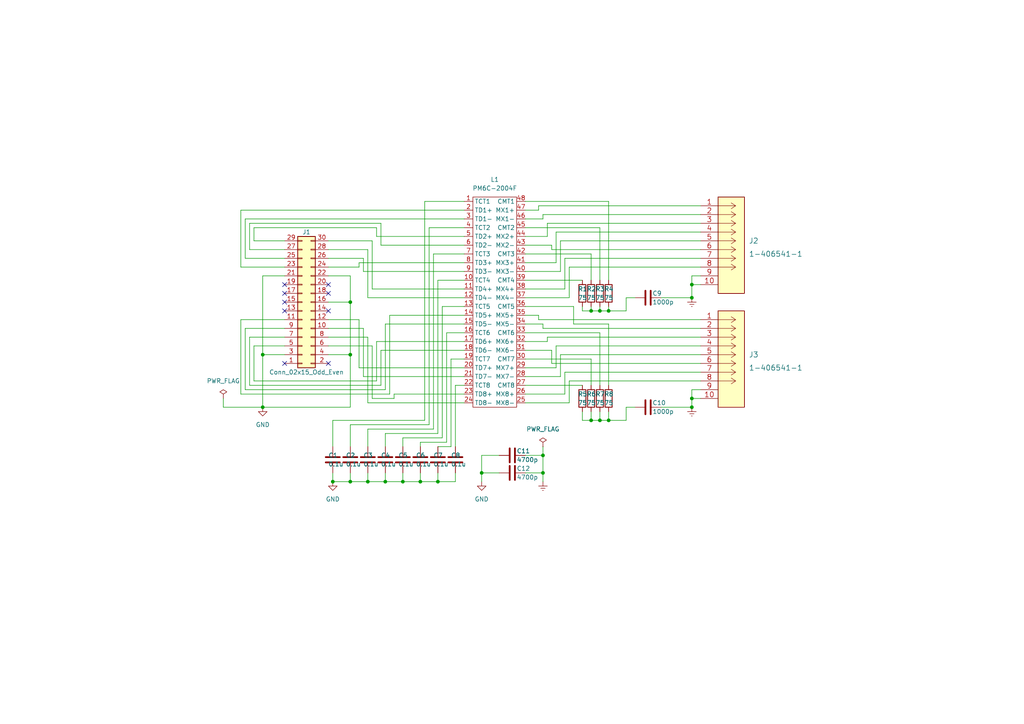
<source format=kicad_sch>
(kicad_sch (version 20211123) (generator eeschema)
  (paper "A4")
  (title_block (title "Colorlight I5 Ethernet Adaptor Mod") (rev "0.0"))
  (lib_symbols
    (symbol "Connector_Generic:Conn_02x15_Odd_Even" (pin_names (offset 1.016) hide)
      (property "Reference" "J" (at 1.27 20.32 0))
      (property "Value" "Conn_02x15_Odd_Even" (at 1.27 -20.32 0))
      (symbol "Conn_02x15_Odd_Even_1_1"
        (rectangle (start -1.27 -17.653) (end 0 -17.907) (stroke (width 0.1524)))
        (rectangle (start -1.27 -15.113) (end 0 -15.367) (stroke (width 0.1524)))
        (rectangle (start -1.27 -12.573) (end 0 -12.827) (stroke (width 0.1524)))
        (rectangle (start -1.27 -10.033) (end 0 -10.287) (stroke (width 0.1524)))
        (rectangle (start -1.27 -7.493) (end 0 -7.747) (stroke (width 0.1524)))
        (rectangle (start -1.27 -4.953) (end 0 -5.207) (stroke (width 0.1524)))
        (rectangle (start -1.27 -2.413) (end 0 -2.667) (stroke (width 0.1524)))
        (rectangle (start -1.27 0.127) (end 0 -0.127) (stroke (width 0.1524)))
        (rectangle (start -1.27 2.667) (end 0 2.413) (stroke (width 0.1524)))
        (rectangle (start -1.27 5.207) (end 0 4.953) (stroke (width 0.1524)))
        (rectangle (start -1.27 7.747) (end 0 7.493) (stroke (width 0.1524)))
        (rectangle (start -1.27 10.287) (end 0 10.033) (stroke (width 0.1524)))
        (rectangle (start -1.27 12.827) (end 0 12.573) (stroke (width 0.1524)))
        (rectangle (start -1.27 15.367) (end 0 15.113) (stroke (width 0.1524)))
        (rectangle (start -1.27 17.907) (end 0 17.653) (stroke (width 0.1524)))
        (rectangle (start -1.27 19.05) (end 3.81 -19.05) (stroke (width 0.254)) (fill (type background)))
        (rectangle (start 3.81 -17.653) (end 2.54 -17.907) (stroke (width 0.1524)))
        (rectangle (start 3.81 -15.113) (end 2.54 -15.367) (stroke (width 0.1524)))
        (rectangle (start 3.81 -12.573) (end 2.54 -12.827) (stroke (width 0.1524)))
        (rectangle (start 3.81 -10.033) (end 2.54 -10.287) (stroke (width 0.1524)))
        (rectangle (start 3.81 -7.493) (end 2.54 -7.747) (stroke (width 0.1524)))
        (rectangle (start 3.81 -4.953) (end 2.54 -5.207) (stroke (width 0.1524)))
        (rectangle (start 3.81 -2.413) (end 2.54 -2.667) (stroke (width 0.1524)))
        (rectangle (start 3.81 0.127) (end 2.54 -0.127) (stroke (width 0.1524)))
        (rectangle (start 3.81 2.667) (end 2.54 2.413) (stroke (width 0.1524)))
        (rectangle (start 3.81 5.207) (end 2.54 4.953) (stroke (width 0.1524)))
        (rectangle (start 3.81 7.747) (end 2.54 7.493) (stroke (width 0.1524)))
        (rectangle (start 3.81 10.287) (end 2.54 10.033) (stroke (width 0.1524)))
        (rectangle (start 3.81 12.827) (end 2.54 12.573) (stroke (width 0.1524)))
        (rectangle (start 3.81 15.367) (end 2.54 15.113) (stroke (width 0.1524)))
        (rectangle (start 3.81 17.907) (end 2.54 17.653) (stroke (width 0.1524)))
        (pin passive line (at -5.08 17.78 0) (length 3.81) (name "Pin_1") (number "1"))
        (pin passive line (at 7.62 7.62 180) (length 3.81) (name "Pin_10") (number "10"))
        (pin passive line (at -5.08 5.08 0) (length 3.81) (name "Pin_11") (number "11"))
        (pin passive line (at 7.62 5.08 180) (length 3.81) (name "Pin_12") (number "12"))
        (pin passive line (at -5.08 2.54 0) (length 3.81) (name "Pin_13") (number "13"))
        (pin passive line (at 7.62 2.54 180) (length 3.81) (name "Pin_14") (number "14"))
        (pin passive line (at -5.08 0 0) (length 3.81) (name "Pin_15") (number "15"))
        (pin passive line (at 7.62 0 180) (length 3.81) (name "Pin_16") (number "16"))
        (pin passive line (at -5.08 -2.54 0) (length 3.81) (name "Pin_17") (number "17"))
        (pin passive line (at 7.62 -2.54 180) (length 3.81) (name "Pin_18") (number "18"))
        (pin passive line (at -5.08 -5.08 0) (length 3.81) (name "Pin_19") (number "19"))
        (pin passive line (at 7.62 17.78 180) (length 3.81) (name "Pin_2") (number "2"))
        (pin passive line (at 7.62 -5.08 180) (length 3.81) (name "Pin_20") (number "20"))
        (pin passive line (at -5.08 -7.62 0) (length 3.81) (name "Pin_21") (number "21"))
        (pin passive line (at 7.62 -7.62 180) (length 3.81) (name "Pin_22") (number "22"))
        (pin passive line (at -5.08 -10.16 0) (length 3.81) (name "Pin_23") (number "23"))
        (pin passive line (at 7.62 -10.16 180) (length 3.81) (name "Pin_24") (number "24"))
        (pin passive line (at -5.08 -12.7 0) (length 3.81) (name "Pin_25") (number "25"))
        (pin passive line (at 7.62 -12.7 180) (length 3.81) (name "Pin_26") (number "26"))
        (pin passive line (at -5.08 -15.24 0) (length 3.81) (name "Pin_27") (number "27"))
        (pin passive line (at 7.62 -15.24 180) (length 3.81) (name "Pin_28") (number "28"))
        (pin passive line (at -5.08 -17.78 0) (length 3.81) (name "Pin_29") (number "29"))
        (pin passive line (at -5.08 15.24 0) (length 3.81) (name "Pin_3") (number "3"))
        (pin passive line (at 7.62 -17.78 180) (length 3.81) (name "Pin_30") (number "30"))
        (pin passive line (at 7.62 15.24 180) (length 3.81) (name "Pin_4") (number "4"))
        (pin passive line (at -5.08 12.7 0) (length 3.81) (name "Pin_5") (number "5"))
        (pin passive line (at 7.62 12.7 180) (length 3.81) (name "Pin_6") (number "6"))
        (pin passive line (at -5.08 10.16 0) (length 3.81) (name "Pin_7") (number "7"))
        (pin passive line (at 7.62 10.16 180) (length 3.81) (name "Pin_8") (number "8"))
        (pin passive line (at -5.08 7.62 0) (length 3.81) (name "Pin_9") (number "9"))
      )
    )
    (symbol "Device:C" (pin_numbers hide) (pin_names (offset 0.254))
      (property "Reference" "C" (at 0.635 2.54 0))
      (property "Value" "C" (at 0.635 -2.54 0))
      (symbol "C_0_1"
        (polyline (pts (xy -2.032 -0.762) (xy 2.032 -0.762)) (stroke (width 0.508)))
        (polyline (pts (xy -2.032 0.762) (xy 2.032 0.762)) (stroke (width 0.508)))
      )
      (symbol "C_1_1"
        (pin passive line (at 0 3.81 270) (length 2.794) (name "~") (number "1"))
        (pin passive line (at 0 -3.81 90) (length 2.794) (name "~") (number "2"))
      )
    )
    (symbol "Device:R" (pin_numbers hide) (pin_names (offset 0))
      (property "Reference" "R" (at 2.032 0 90))
      (property "Value" "R" (at 0 0 90))
      (symbol "R_0_1"
        (rectangle (start -1.016 -2.54) (end 1.016 2.54) (stroke (width 0.254)))
      )
      (symbol "R_1_1"
        (pin passive line (at 0 3.81 270) (length 1.27) (name "~") (number "1"))
        (pin passive line (at 0 -3.81 90) (length 1.27) (name "~") (number "2"))
      )
    )
    (symbol "MJ406541:1-406541-1" (pin_names (offset 0.254) hide)
      (property "Reference" "J" (at 8.89 6.35 0))
      (property "Value" "1-406541-1" (at 10.16 -10.16 0))
      (symbol "1-406541-1_0_1"
        (rectangle (start 12.7 -25.4) (end 5.08 2.54) (stroke (width 0.2032)) (fill (type background)))
      )
      (symbol "1-406541-1_1_1"
        (polyline (pts (xy 5.08 -25.4) (xy 12.7 -25.4)) (stroke (width 0.127)))
        (polyline (pts (xy 5.08 2.54) (xy 5.08 -25.4)) (stroke (width 0.127)))
        (polyline (pts (xy 10.16 -17.78) (xy 5.08 -17.78)) (stroke (width 0.127)))
        (polyline (pts (xy 10.16 -17.78) (xy 8.89 -18.6182)) (stroke (width 0.127)))
        (polyline (pts (xy 10.16 -17.78) (xy 8.89 -16.9418)) (stroke (width 0.127)))
        (polyline (pts (xy 10.16 -15.24) (xy 5.08 -15.24)) (stroke (width 0.127)))
        (polyline (pts (xy 10.16 -15.24) (xy 8.89 -16.0782)) (stroke (width 0.127)))
        (polyline (pts (xy 10.16 -15.24) (xy 8.89 -14.4018)) (stroke (width 0.127)))
        (polyline (pts (xy 10.16 -12.7) (xy 5.08 -12.7)) (stroke (width 0.127)))
        (polyline (pts (xy 10.16 -12.7) (xy 8.89 -13.5382)) (stroke (width 0.127)))
        (polyline (pts (xy 10.16 -12.7) (xy 8.89 -11.8618)) (stroke (width 0.127)))
        (polyline (pts (xy 10.16 -10.16) (xy 5.08 -10.16)) (stroke (width 0.127)))
        (polyline (pts (xy 10.16 -10.16) (xy 8.89 -10.9982)) (stroke (width 0.127)))
        (polyline (pts (xy 10.16 -10.16) (xy 8.89 -9.3218)) (stroke (width 0.127)))
        (polyline (pts (xy 10.16 -7.62) (xy 5.08 -7.62)) (stroke (width 0.127)))
        (polyline (pts (xy 10.16 -7.62) (xy 8.89 -8.4582)) (stroke (width 0.127)))
        (polyline (pts (xy 10.16 -7.62) (xy 8.89 -6.7818)) (stroke (width 0.127)))
        (polyline (pts (xy 10.16 -5.08) (xy 5.08 -5.08)) (stroke (width 0.127)))
        (polyline (pts (xy 10.16 -5.08) (xy 8.89 -5.9182)) (stroke (width 0.127)))
        (polyline (pts (xy 10.16 -5.08) (xy 8.89 -4.2418)) (stroke (width 0.127)))
        (polyline (pts (xy 10.16 -2.54) (xy 5.08 -2.54)) (stroke (width 0.127)))
        (polyline (pts (xy 10.16 -2.54) (xy 8.89 -3.3782)) (stroke (width 0.127)))
        (polyline (pts (xy 10.16 -2.54) (xy 8.89 -1.7018)) (stroke (width 0.127)))
        (polyline (pts (xy 10.16 0) (xy 5.08 0)) (stroke (width 0.127)))
        (polyline (pts (xy 10.16 0) (xy 8.89 -0.8382)) (stroke (width 0.127)))
        (polyline (pts (xy 10.16 0) (xy 8.89 0.8382)) (stroke (width 0.127)))
        (polyline (pts (xy 12.7 -25.4) (xy 12.7 2.54)) (stroke (width 0.127)))
        (polyline (pts (xy 12.7 2.54) (xy 5.08 2.54)) (stroke (width 0.127)))
        (pin output line (at 0 0 0) (length 5.08) (name "1") (number "1"))
        (pin input line (at 0 -22.86 0) (length 5.08) (name "SHIELD") (number "10"))
        (pin output line (at 0 -2.54 0) (length 5.08) (name "2") (number "2"))
        (pin output line (at 0 -5.08 0) (length 5.08) (name "3") (number "3"))
        (pin output line (at 0 -7.62 0) (length 5.08) (name "4") (number "4"))
        (pin output line (at 0 -10.16 0) (length 5.08) (name "5") (number "5"))
        (pin output line (at 0 -12.7 0) (length 5.08) (name "6") (number "6"))
        (pin output line (at 0 -15.24 0) (length 5.08) (name "7") (number "7"))
        (pin output line (at 0 -17.78 0) (length 5.08) (name "8") (number "8"))
        (pin input line (at 0 -20.32 0) (length 5.08) (name "SHIELD") (number "9"))
      )
    )
    (symbol "PM6C-200XF:PM6C-2004F"
      (property "Reference" "L" (at -5.08 34.29 0))
      (property "Value" "PM6C-2004F" (at 0 31.75 0))
      (symbol "PM6C-2004F_0_1"
        (rectangle (start -6.35 30.48) (end 6.35 -30.48))
      )
      (symbol "PM6C-2004F_1_1"
        (pin output line (at -8.89 29.21 0) (length 2.54) (name "TCT1") (number "1"))
        (pin output line (at -8.89 6.35 0) (length 2.54) (name "TCT4") (number "10"))
        (pin output line (at -8.89 3.81 0) (length 2.54) (name "TD4+") (number "11"))
        (pin output line (at -8.89 1.27 0) (length 2.54) (name "TD4-") (number "12"))
        (pin output line (at -8.89 -1.27 0) (length 2.54) (name "TCT5") (number "13"))
        (pin output line (at -8.89 -3.81 0) (length 2.54) (name "TD5+") (number "14"))
        (pin output line (at -8.89 -6.35 0) (length 2.54) (name "TD5-") (number "15"))
        (pin output line (at -8.89 -8.89 0) (length 2.54) (name "TCT6") (number "16"))
        (pin output line (at -8.89 -11.43 0) (length 2.54) (name "TD6+") (number "17"))
        (pin output line (at -8.89 -13.97 0) (length 2.54) (name "TD6-") (number "18"))
        (pin output line (at -8.89 -16.51 0) (length 2.54) (name "TCT7") (number "19"))
        (pin output line (at -8.89 26.67 0) (length 2.54) (name "TD1+") (number "2"))
        (pin output line (at -8.89 -19.05 0) (length 2.54) (name "TD7+") (number "20"))
        (pin output line (at -8.89 -21.59 0) (length 2.54) (name "TD7-") (number "21"))
        (pin output line (at -8.89 -24.13 0) (length 2.54) (name "TCT8") (number "22"))
        (pin output line (at -8.89 -26.67 0) (length 2.54) (name "TD8+") (number "23"))
        (pin output line (at -8.89 -29.21 0) (length 2.54) (name "TD8-") (number "24"))
        (pin input line (at 8.89 -29.21 180) (length 2.54) (name "MX8-") (number "25"))
        (pin input line (at 8.89 -26.67 180) (length 2.54) (name "MX8+") (number "26"))
        (pin input line (at 8.89 -24.13 180) (length 2.54) (name "CMT8") (number "27"))
        (pin input line (at 8.89 -21.59 180) (length 2.54) (name "MX7-") (number "28"))
        (pin input line (at 8.89 -19.05 180) (length 2.54) (name "MX7+") (number "29"))
        (pin output line (at -8.89 24.13 0) (length 2.54) (name "TD1-") (number "3"))
        (pin input line (at 8.89 -16.51 180) (length 2.54) (name "CMT7") (number "30"))
        (pin input line (at 8.89 -13.97 180) (length 2.54) (name "MX6-") (number "31"))
        (pin input line (at 8.89 -11.43 180) (length 2.54) (name "MX6+") (number "32"))
        (pin input line (at 8.89 -8.89 180) (length 2.54) (name "CMT6") (number "33"))
        (pin input line (at 8.89 -6.35 180) (length 2.54) (name "MX5-") (number "34"))
        (pin input line (at 8.89 -3.81 180) (length 2.54) (name "MX5+") (number "35"))
        (pin input line (at 8.89 -1.27 180) (length 2.54) (name "CMT5") (number "36"))
        (pin input line (at 8.89 1.27 180) (length 2.54) (name "MX4-") (number "37"))
        (pin input line (at 8.89 3.81 180) (length 2.54) (name "MX4+") (number "38"))
        (pin input line (at 8.89 6.35 180) (length 2.54) (name "CMT4") (number "39"))
        (pin output line (at -8.89 21.59 0) (length 2.54) (name "TCT2") (number "4"))
        (pin input line (at 8.89 8.89 180) (length 2.54) (name "MX3-") (number "40"))
        (pin input line (at 8.89 11.43 180) (length 2.54) (name "MX3+") (number "41"))
        (pin input line (at 8.89 13.97 180) (length 2.54) (name "CMT3") (number "42"))
        (pin input line (at 8.89 16.51 180) (length 2.54) (name "MX2-") (number "43"))
        (pin input line (at 8.89 19.05 180) (length 2.54) (name "MX2+") (number "44"))
        (pin input line (at 8.89 21.59 180) (length 2.54) (name "CMT2") (number "45"))
        (pin input line (at 8.89 24.13 180) (length 2.54) (name "MX1-") (number "46"))
        (pin input line (at 8.89 26.67 180) (length 2.54) (name "MX1+") (number "47"))
        (pin input line (at 8.89 29.21 180) (length 2.54) (name "CMT1") (number "48"))
        (pin output line (at -8.89 19.05 0) (length 2.54) (name "TD2+") (number "5"))
        (pin output line (at -8.89 16.51 0) (length 2.54) (name "TD2-") (number "6"))
        (pin output line (at -8.89 13.97 0) (length 2.54) (name "TCT3") (number "7"))
        (pin output line (at -8.89 11.43 0) (length 2.54) (name "TD3+") (number "8"))
        (pin output line (at -8.89 8.89 0) (length 2.54) (name "TD3-") (number "9"))
      )
    )
    (symbol "power:Earth" (power) (pin_names (offset 0))
      (symbol "Earth_0_1"
        (polyline (pts (xy -0.635 -1.905) (xy 0.635 -1.905)))
        (polyline (pts (xy -0.127 -2.54) (xy 0.127 -2.54)))
        (polyline (pts (xy 0 -1.27) (xy 0 0)))
        (polyline (pts (xy 1.27 -1.27) (xy -1.27 -1.27)))
      )
      (symbol "Earth_1_1"
        (pin power_in line (at 0 0 270) (length 0) hide (name "Earth") (number "1"))
      )
    )
    (symbol "power:GND" (power) (pin_names (offset 0))
      (property "Value" "GND" (at 0 -3.81 0))
      (symbol "GND_0_1"
        (polyline (pts (xy 0 0) (xy 0 -1.27) (xy 1.27 -1.27) (xy 0 -2.54) (xy -1.27 -1.27) (xy 0 -1.27)))
      )
      (symbol "GND_1_1"
        (pin power_in line (at 0 0 270) (length 0) hide (name "GND") (number "1"))
      )
    )
    (symbol "power:PWR_FLAG" (power) (pin_numbers hide) (pin_names (offset 0) hide)
      (property "Value" "PWR_FLAG" (at 0 3.81 0))
      (symbol "PWR_FLAG_0_0"
        (pin power_out line (at 0 0 90) (length 0) (name "pwr") (number "1"))
      )
      (symbol "PWR_FLAG_0_1"
        (polyline (pts (xy 0 0) (xy 0 1.27) (xy -1.016 1.905) (xy 0 2.54) (xy 1.016 1.905) (xy 0 1.27)))
      )
    )
  )
  (junction (at 76.2 118.11))
  (junction (at 101.6 102.87))
  (junction (at 76.2 102.87))
  (junction (at 101.6 87.63))
  (junction (at 176.53 121.92))
  (junction (at 157.48 132.08))
  (junction (at 101.6 139.7))
  (junction (at 96.52 139.7))
  (junction (at 171.45 121.92))
  (junction (at 200.66 82.55))
  (junction (at 200.66 118.11))
  (junction (at 111.76 139.7))
  (junction (at 106.68 139.7))
  (junction (at 127 139.7))
  (junction (at 139.7 137.16))
  (junction (at 173.99 90.17))
  (junction (at 171.45 90.17))
  (junction (at 176.53 90.17))
  (junction (at 173.99 121.92))
  (junction (at 200.66 86.36))
  (junction (at 121.92 139.7))
  (junction (at 116.84 139.7))
  (junction (at 157.48 137.16))
  (junction (at 200.66 115.57))
  (no_connect (at 82.55 105.41))
  (no_connect (at 82.55 87.63))
  (no_connect (at 82.55 90.17))
  (no_connect (at 95.25 105.41))
  (no_connect (at 95.25 90.17))
  (no_connect (at 82.55 82.55))
  (no_connect (at 82.55 85.09))
  (no_connect (at 95.25 82.55))
  (no_connect (at 95.25 85.09))
  (wire (pts (xy 152.4 68.58) (xy 158.75 68.58)))
  (wire (pts (xy 106.68 116.84) (xy 134.62 116.84)))
  (wire (pts (xy 95.25 102.87) (xy 101.6 102.87)))
  (wire (pts (xy 101.6 137.16) (xy 101.6 139.7)))
  (wire (pts (xy 163.83 114.3) (xy 163.83 107.95)))
  (wire (pts (xy 132.08 111.76) (xy 132.08 129.54)))
  (wire (pts (xy 152.4 73.66) (xy 171.45 73.66)))
  (wire (pts (xy 152.4 63.5) (xy 157.48 63.5)))
  (wire (pts (xy 166.37 88.9) (xy 166.37 93.98)))
  (wire (pts (xy 73.66 100.33) (xy 73.66 110.49)))
  (wire (pts (xy 125.73 124.46) (xy 106.68 124.46)))
  (wire (pts (xy 160.02 71.12) (xy 160.02 72.39)))
  (wire (pts (xy 69.85 77.47) (xy 69.85 60.96)))
  (wire (pts (xy 176.53 93.98) (xy 176.53 111.76)))
  (wire (pts (xy 134.62 88.9) (xy 128.27 88.9)))
  (wire (pts (xy 72.39 111.76) (xy 110.49 111.76)))
  (wire (pts (xy 101.6 102.87) (xy 101.6 118.11)))
  (wire (pts (xy 109.22 66.04) (xy 109.22 68.58)))
  (wire (pts (xy 113.03 114.3) (xy 113.03 91.44)))
  (wire (pts (xy 152.4 104.14) (xy 171.45 104.14)))
  (wire (pts (xy 163.83 83.82) (xy 163.83 74.93)))
  (wire (pts (xy 106.68 97.79) (xy 106.68 116.84)))
  (wire (pts (xy 191.77 86.36) (xy 200.66 86.36)))
  (wire (pts (xy 128.27 88.9) (xy 128.27 127)))
  (wire (pts (xy 166.37 93.98) (xy 176.53 93.98)))
  (wire (pts (xy 158.75 64.77) (xy 203.2 64.77)))
  (wire (pts (xy 132.08 137.16) (xy 132.08 139.7)))
  (wire (pts (xy 106.68 124.46) (xy 106.68 129.54)))
  (wire (pts (xy 101.6 87.63) (xy 101.6 102.87)))
  (wire (pts (xy 161.29 76.2) (xy 161.29 67.31)))
  (wire (pts (xy 157.48 93.98) (xy 157.48 95.25)))
  (wire (pts (xy 157.48 95.25) (xy 203.2 95.25)))
  (wire (pts (xy 191.77 118.11) (xy 200.66 118.11)))
  (wire (pts (xy 111.76 125.73) (xy 111.76 129.54)))
  (wire (pts (xy 163.83 107.95) (xy 203.2 107.95)))
  (wire (pts (xy 156.21 91.44) (xy 156.21 92.71)))
  (wire (pts (xy 156.21 60.96) (xy 156.21 59.69)))
  (wire (pts (xy 95.25 100.33) (xy 107.95 100.33)))
  (wire (pts (xy 200.66 115.57) (xy 200.66 118.11)))
  (wire (pts (xy 157.48 62.23) (xy 203.2 62.23)))
  (wire (pts (xy 104.14 76.2) (xy 134.62 76.2)))
  (wire (pts (xy 161.29 67.31) (xy 203.2 67.31)))
  (wire (pts (xy 162.56 109.22) (xy 162.56 102.87)))
  (wire (pts (xy 64.77 115.57) (xy 64.77 118.11)))
  (wire (pts (xy 82.55 97.79) (xy 72.39 97.79)))
  (wire (pts (xy 107.95 83.82) (xy 134.62 83.82)))
  (wire (pts (xy 107.95 100.33) (xy 107.95 115.57)))
  (wire (pts (xy 72.39 72.39) (xy 72.39 64.77)))
  (wire (pts (xy 129.54 128.27) (xy 121.92 128.27)))
  (wire (pts (xy 152.4 114.3) (xy 163.83 114.3)))
  (wire (pts (xy 69.85 92.71) (xy 69.85 114.3)))
  (wire (pts (xy 95.25 80.01) (xy 101.6 80.01)))
  (wire (pts (xy 82.55 77.47) (xy 69.85 77.47)))
  (wire (pts (xy 171.45 119.38) (xy 171.45 121.92)))
  (wire (pts (xy 82.55 69.85) (xy 73.66 69.85)))
  (wire (pts (xy 165.1 86.36) (xy 165.1 77.47)))
  (wire (pts (xy 128.27 127) (xy 116.84 127)))
  (wire (pts (xy 156.21 59.69) (xy 203.2 59.69)))
  (wire (pts (xy 152.4 93.98) (xy 157.48 93.98)))
  (wire (pts (xy 111.76 93.98) (xy 134.62 93.98)))
  (wire (pts (xy 121.92 128.27) (xy 121.92 129.54)))
  (wire (pts (xy 111.76 113.03) (xy 111.76 93.98)))
  (wire (pts (xy 163.83 74.93) (xy 203.2 74.93)))
  (wire (pts (xy 144.78 132.08) (xy 139.7 132.08)))
  (wire (pts (xy 107.95 115.57) (xy 114.3 115.57)))
  (wire (pts (xy 200.66 82.55) (xy 200.66 86.36)))
  (wire (pts (xy 82.55 80.01) (xy 76.2 80.01)))
  (wire (pts (xy 76.2 102.87) (xy 76.2 118.11)))
  (wire (pts (xy 73.66 66.04) (xy 109.22 66.04)))
  (wire (pts (xy 123.19 58.42) (xy 123.19 121.92)))
  (wire (pts (xy 160.02 101.6) (xy 160.02 105.41)))
  (wire (pts (xy 181.61 86.36) (xy 181.61 90.17)))
  (wire (pts (xy 96.52 121.92) (xy 96.52 129.54)))
  (wire (pts (xy 165.1 116.84) (xy 165.1 110.49)))
  (wire (pts (xy 106.68 86.36) (xy 134.62 86.36)))
  (wire (pts (xy 152.4 99.06) (xy 158.75 99.06)))
  (wire (pts (xy 160.02 105.41) (xy 203.2 105.41)))
  (wire (pts (xy 82.55 102.87) (xy 76.2 102.87)))
  (wire (pts (xy 152.4 60.96) (xy 156.21 60.96)))
  (wire (pts (xy 139.7 132.08) (xy 139.7 137.16)))
  (wire (pts (xy 184.15 118.11) (xy 181.61 118.11)))
  (wire (pts (xy 152.4 132.08) (xy 157.48 132.08)))
  (wire (pts (xy 200.66 82.55) (xy 203.2 82.55)))
  (wire (pts (xy 168.91 90.17) (xy 168.91 88.9)))
  (wire (pts (xy 176.53 90.17) (xy 173.99 90.17)))
  (wire (pts (xy 111.76 137.16) (xy 111.76 139.7)))
  (wire (pts (xy 101.6 80.01) (xy 101.6 87.63)))
  (wire (pts (xy 171.45 104.14) (xy 171.45 111.76)))
  (wire (pts (xy 156.21 92.71) (xy 203.2 92.71)))
  (wire (pts (xy 106.68 72.39) (xy 106.68 86.36)))
  (wire (pts (xy 173.99 119.38) (xy 173.99 121.92)))
  (wire (pts (xy 152.4 71.12) (xy 160.02 71.12)))
  (wire (pts (xy 181.61 90.17) (xy 176.53 90.17)))
  (wire (pts (xy 200.66 115.57) (xy 203.2 115.57)))
  (wire (pts (xy 124.46 123.19) (xy 101.6 123.19)))
  (wire (pts (xy 171.45 88.9) (xy 171.45 90.17)))
  (wire (pts (xy 134.62 73.66) (xy 125.73 73.66)))
  (wire (pts (xy 71.12 63.5) (xy 134.62 63.5)))
  (wire (pts (xy 69.85 114.3) (xy 113.03 114.3)))
  (wire (pts (xy 95.25 95.25) (xy 105.41 95.25)))
  (wire (pts (xy 82.55 92.71) (xy 69.85 92.71)))
  (wire (pts (xy 95.25 69.85) (xy 107.95 69.85)))
  (wire (pts (xy 152.4 137.16) (xy 157.48 137.16)))
  (wire (pts (xy 111.76 139.7) (xy 106.68 139.7)))
  (wire (pts (xy 82.55 72.39) (xy 72.39 72.39)))
  (wire (pts (xy 72.39 97.79) (xy 72.39 111.76)))
  (wire (pts (xy 95.25 74.93) (xy 105.41 74.93)))
  (wire (pts (xy 113.03 91.44) (xy 134.62 91.44)))
  (wire (pts (xy 101.6 139.7) (xy 96.52 139.7)))
  (wire (pts (xy 171.45 121.92) (xy 168.91 121.92)))
  (wire (pts (xy 132.08 139.7) (xy 127 139.7)))
  (wire (pts (xy 157.48 63.5) (xy 157.48 62.23)))
  (wire (pts (xy 165.1 110.49) (xy 203.2 110.49)))
  (wire (pts (xy 121.92 139.7) (xy 116.84 139.7)))
  (wire (pts (xy 134.62 104.14) (xy 130.81 104.14)))
  (wire (pts (xy 105.41 74.93) (xy 105.41 78.74)))
  (wire (pts (xy 152.4 76.2) (xy 161.29 76.2)))
  (wire (pts (xy 72.39 64.77) (xy 110.49 64.77)))
  (wire (pts (xy 152.4 66.04) (xy 173.99 66.04)))
  (wire (pts (xy 123.19 121.92) (xy 96.52 121.92)))
  (wire (pts (xy 200.66 113.03) (xy 200.66 115.57)))
  (wire (pts (xy 106.68 139.7) (xy 101.6 139.7)))
  (wire (pts (xy 71.12 113.03) (xy 111.76 113.03)))
  (wire (pts (xy 134.62 111.76) (xy 132.08 111.76)))
  (wire (pts (xy 104.14 92.71) (xy 104.14 106.68)))
  (wire (pts (xy 109.22 99.06) (xy 134.62 99.06)))
  (wire (pts (xy 139.7 137.16) (xy 144.78 137.16)))
  (wire (pts (xy 181.61 121.92) (xy 176.53 121.92)))
  (wire (pts (xy 105.41 78.74) (xy 134.62 78.74)))
  (wire (pts (xy 104.14 77.47) (xy 104.14 76.2)))
  (wire (pts (xy 152.4 109.22) (xy 162.56 109.22)))
  (wire (pts (xy 71.12 74.93) (xy 71.12 63.5)))
  (wire (pts (xy 161.29 100.33) (xy 203.2 100.33)))
  (wire (pts (xy 76.2 80.01) (xy 76.2 102.87)))
  (wire (pts (xy 73.66 69.85) (xy 73.66 66.04)))
  (wire (pts (xy 173.99 88.9) (xy 173.99 90.17)))
  (wire (pts (xy 95.25 92.71) (xy 104.14 92.71)))
  (wire (pts (xy 82.55 74.93) (xy 71.12 74.93)))
  (wire (pts (xy 82.55 100.33) (xy 73.66 100.33)))
  (wire (pts (xy 73.66 110.49) (xy 109.22 110.49)))
  (wire (pts (xy 134.62 96.52) (xy 129.54 96.52)))
  (wire (pts (xy 158.75 97.79) (xy 203.2 97.79)))
  (wire (pts (xy 127 81.28) (xy 127 125.73)))
  (wire (pts (xy 129.54 96.52) (xy 129.54 128.27)))
  (wire (pts (xy 114.3 114.3) (xy 134.62 114.3)))
  (wire (pts (xy 162.56 69.85) (xy 203.2 69.85)))
  (wire (pts (xy 181.61 118.11) (xy 181.61 121.92)))
  (wire (pts (xy 176.53 121.92) (xy 173.99 121.92)))
  (wire (pts (xy 157.48 129.54) (xy 157.48 132.08)))
  (wire (pts (xy 106.68 137.16) (xy 106.68 139.7)))
  (wire (pts (xy 130.81 129.54) (xy 127 129.54)))
  (wire (pts (xy 168.91 121.92) (xy 168.91 119.38)))
  (wire (pts (xy 107.95 69.85) (xy 107.95 83.82)))
  (wire (pts (xy 110.49 111.76) (xy 110.49 101.6)))
  (wire (pts (xy 124.46 66.04) (xy 124.46 123.19)))
  (wire (pts (xy 76.2 118.11) (xy 101.6 118.11)))
  (wire (pts (xy 64.77 118.11) (xy 76.2 118.11)))
  (wire (pts (xy 105.41 109.22) (xy 134.62 109.22)))
  (wire (pts (xy 200.66 80.01) (xy 200.66 82.55)))
  (wire (pts (xy 173.99 66.04) (xy 173.99 81.28)))
  (wire (pts (xy 139.7 137.16) (xy 139.7 139.7)))
  (wire (pts (xy 116.84 127) (xy 116.84 129.54)))
  (wire (pts (xy 152.4 116.84) (xy 165.1 116.84)))
  (wire (pts (xy 152.4 78.74) (xy 162.56 78.74)))
  (wire (pts (xy 71.12 95.25) (xy 71.12 113.03)))
  (wire (pts (xy 173.99 90.17) (xy 171.45 90.17)))
  (wire (pts (xy 160.02 72.39) (xy 203.2 72.39)))
  (wire (pts (xy 152.4 106.68) (xy 161.29 106.68)))
  (wire (pts (xy 162.56 102.87) (xy 203.2 102.87)))
  (wire (pts (xy 176.53 58.42) (xy 176.53 81.28)))
  (wire (pts (xy 114.3 115.57) (xy 114.3 114.3)))
  (wire (pts (xy 157.48 137.16) (xy 157.48 139.7)))
  (wire (pts (xy 105.41 95.25) (xy 105.41 109.22)))
  (wire (pts (xy 161.29 106.68) (xy 161.29 100.33)))
  (wire (pts (xy 134.62 81.28) (xy 127 81.28)))
  (wire (pts (xy 158.75 68.58) (xy 158.75 64.77)))
  (wire (pts (xy 125.73 73.66) (xy 125.73 124.46)))
  (wire (pts (xy 104.14 106.68) (xy 134.62 106.68)))
  (wire (pts (xy 152.4 101.6) (xy 160.02 101.6)))
  (wire (pts (xy 116.84 137.16) (xy 116.84 139.7)))
  (wire (pts (xy 110.49 101.6) (xy 134.62 101.6)))
  (wire (pts (xy 152.4 111.76) (xy 168.91 111.76)))
  (wire (pts (xy 173.99 121.92) (xy 171.45 121.92)))
  (wire (pts (xy 176.53 119.38) (xy 176.53 121.92)))
  (wire (pts (xy 109.22 110.49) (xy 109.22 99.06)))
  (wire (pts (xy 95.25 97.79) (xy 106.68 97.79)))
  (wire (pts (xy 109.22 68.58) (xy 134.62 68.58)))
  (wire (pts (xy 171.45 73.66) (xy 171.45 81.28)))
  (wire (pts (xy 184.15 86.36) (xy 181.61 86.36)))
  (wire (pts (xy 152.4 86.36) (xy 165.1 86.36)))
  (wire (pts (xy 127 137.16) (xy 127 139.7)))
  (wire (pts (xy 152.4 96.52) (xy 173.99 96.52)))
  (wire (pts (xy 203.2 80.01) (xy 200.66 80.01)))
  (wire (pts (xy 95.25 77.47) (xy 104.14 77.47)))
  (wire (pts (xy 121.92 137.16) (xy 121.92 139.7)))
  (wire (pts (xy 152.4 91.44) (xy 156.21 91.44)))
  (wire (pts (xy 134.62 66.04) (xy 124.46 66.04)))
  (wire (pts (xy 176.53 88.9) (xy 176.53 90.17)))
  (wire (pts (xy 82.55 95.25) (xy 71.12 95.25)))
  (wire (pts (xy 171.45 90.17) (xy 168.91 90.17)))
  (wire (pts (xy 162.56 78.74) (xy 162.56 69.85)))
  (wire (pts (xy 158.75 99.06) (xy 158.75 97.79)))
  (wire (pts (xy 127 125.73) (xy 111.76 125.73)))
  (wire (pts (xy 203.2 113.03) (xy 200.66 113.03)))
  (wire (pts (xy 101.6 123.19) (xy 101.6 129.54)))
  (wire (pts (xy 152.4 88.9) (xy 166.37 88.9)))
  (wire (pts (xy 173.99 96.52) (xy 173.99 111.76)))
  (wire (pts (xy 130.81 104.14) (xy 130.81 129.54)))
  (wire (pts (xy 116.84 139.7) (xy 111.76 139.7)))
  (wire (pts (xy 127 139.7) (xy 121.92 139.7)))
  (wire (pts (xy 110.49 64.77) (xy 110.49 71.12)))
  (wire (pts (xy 110.49 71.12) (xy 134.62 71.12)))
  (wire (pts (xy 95.25 72.39) (xy 106.68 72.39)))
  (wire (pts (xy 165.1 77.47) (xy 203.2 77.47)))
  (wire (pts (xy 96.52 137.16) (xy 96.52 139.7)))
  (wire (pts (xy 69.85 60.96) (xy 134.62 60.96)))
  (wire (pts (xy 95.25 87.63) (xy 101.6 87.63)))
  (wire (pts (xy 157.48 132.08) (xy 157.48 137.16)))
  (wire (pts (xy 152.4 83.82) (xy 163.83 83.82)))
  (wire (pts (xy 152.4 81.28) (xy 168.91 81.28)))
  (wire (pts (xy 134.62 58.42) (xy 123.19 58.42)))
  (wire (pts (xy 152.4 58.42) (xy 176.53 58.42)))
  (symbol (lib_id "Device:C") (at 116.84 133.35 0) (unit 1)
    (property "Reference" "C5" (at 115.57 132.08 0) (effects (justify left)))
    (property "Value" "0.1u" (at 115.57 134.62 0) (effects (justify left)))
    (property "Footprint" "Capacitor_SMD:C_0805_2012Metric_Pad1.18x1.45mm_HandSolder" (effects hide))
  )
  (symbol (lib_id "Device:C") (at 121.92 133.35 0) (unit 1)
    (property "Reference" "C6" (at 120.65 132.08 0) (effects (justify left)))
    (property "Value" "0.1u" (at 120.65 134.62 0) (effects (justify left)))
    (property "Footprint" "Capacitor_SMD:C_0805_2012Metric_Pad1.18x1.45mm_HandSolder" (effects hide))
  )
  (symbol (lib_id "power:PWR_FLAG") (at 64.77 115.57 0) (unit 1)
    (property "Reference" "#FLG0101" (effects hide))
    (property "Value" "PWR_FLAG" (at 64.77 110.49 0))
  )
  (symbol (lib_id "Device:R") (at 173.99 115.57 0) (unit 1)
    (property "Reference" "R7" (at 172.72 114.3 0) (effects (justify left)))
    (property "Value" "75" (at 172.72 116.84 0) (effects (justify left)))
    (property "Footprint" "Resistor_SMD:R_0805_2012Metric_Pad1.20x1.40mm_HandSolder" (effects hide))
  )
  (symbol (lib_id "power:GND") (at 76.2 118.11 0) (unit 1)
    (property "Reference" "#PWR0101" (effects hide))
    (property "Value" "GND" (at 76.2 123.19 0))
  )
  (symbol (lib_id "Device:C") (at 132.08 133.35 0) (unit 1)
    (property "Reference" "C8" (at 130.81 132.08 0) (effects (justify left)))
    (property "Value" "0.1u" (at 130.81 134.62 0) (effects (justify left)))
    (property "Footprint" "Capacitor_SMD:C_0805_2012Metric_Pad1.18x1.45mm_HandSolder" (effects hide))
  )
  (symbol (lib_id "Device:R") (at 171.45 85.09 0) (unit 1)
    (property "Reference" "R2" (at 170.18 83.82 0) (effects (justify left)))
    (property "Value" "75" (at 170.18 86.36 0) (effects (justify left)))
    (property "Footprint" "Resistor_SMD:R_0805_2012Metric_Pad1.20x1.40mm_HandSolder" (effects hide))
  )
  (symbol (lib_id "Device:R") (at 176.53 115.57 0) (unit 1)
    (property "Reference" "R8" (at 175.26 114.3 0) (effects (justify left)))
    (property "Value" "75" (at 175.26 116.84 0) (effects (justify left)))
    (property "Footprint" "Resistor_SMD:R_0805_2012Metric_Pad1.20x1.40mm_HandSolder" (effects hide))
  )
  (symbol (lib_id "Device:R") (at 171.45 115.57 0) (unit 1)
    (property "Reference" "R6" (at 170.18 114.3 0) (effects (justify left)))
    (property "Value" "75" (at 170.18 116.84 0) (effects (justify left)))
    (property "Footprint" "Resistor_SMD:R_0805_2012Metric_Pad1.20x1.40mm_HandSolder" (effects hide))
  )
  (symbol (lib_id "MJ406541:1-406541-1") (at 203.2 59.69 0) (unit 1)
    (property "Reference" "J2" (at 217.17 69.85 0) (effects (font (size 1.524 1.524)) (justify left)))
    (property "Value" "1-406541-1" (at 217.17 73.66 0) (effects (font (size 1.524 1.524)) (justify left)))
    (property "Footprint" "MJ406541:1-406541-1" (effects hide))
  )
  (symbol (lib_id "MJ406541:1-406541-1") (at 203.2 92.71 0) (unit 1)
    (property "Reference" "J3" (at 217.17 102.87 0) (effects (font (size 1.524 1.524)) (justify left)))
    (property "Value" "1-406541-1" (at 217.17 106.68 0) (effects (font (size 1.524 1.524)) (justify left)))
    (property "Footprint" "MJ406541:1-406541-1" (effects hide))
  )
  (symbol (lib_id "Device:C") (at 148.59 137.16 270) (unit 1)
    (property "Reference" "C12" (at 149.86 135.89 90) (effects (justify left)))
    (property "Value" "4700p" (at 149.86 138.43 90) (effects (justify left)))
    (property "Footprint" "Capacitor_SMD:C_1812_4532Metric_Pad1.57x3.40mm_HandSolder" (effects hide))
  )
  (symbol (lib_id "power:Earth") (at 157.48 139.7 0) (unit 1)
    (property "Reference" "#PWR0103" (effects hide))
    (property "Value" "Earth" (effects hide))
  )
  (symbol (lib_id "power:PWR_FLAG") (at 157.48 129.54 0) (unit 1)
    (property "Reference" "#FLG02" (effects hide))
    (property "Value" "PWR_FLAG" (at 157.48 124.46 0))
  )
  (symbol (lib_id "Device:R") (at 168.91 115.57 0) (unit 1)
    (property "Reference" "R5" (at 167.64 114.3 0) (effects (justify left)))
    (property "Value" "75" (at 167.64 116.84 0) (effects (justify left)))
    (property "Footprint" "Resistor_SMD:R_0805_2012Metric_Pad1.20x1.40mm_HandSolder" (effects hide))
  )
  (symbol (lib_id "power:Earth") (at 200.66 86.36 0) (unit 1)
    (property "Reference" "#PWR0106" (effects hide))
    (property "Value" "Earth" (effects hide))
  )
  (symbol (lib_id "Device:C") (at 106.68 133.35 0) (unit 1)
    (property "Reference" "C3" (at 105.41 132.08 0) (effects (justify left)))
    (property "Value" "0.1u" (at 105.41 134.62 0) (effects (justify left)))
    (property "Footprint" "Capacitor_SMD:C_0805_2012Metric_Pad1.18x1.45mm_HandSolder" (effects hide))
  )
  (symbol (lib_id "Device:R") (at 176.53 85.09 0) (unit 1)
    (property "Reference" "R4" (at 175.26 83.82 0) (effects (justify left)))
    (property "Value" "75" (at 175.26 86.36 0) (effects (justify left)))
    (property "Footprint" "Resistor_SMD:R_0805_2012Metric_Pad1.20x1.40mm_HandSolder" (effects hide))
  )
  (symbol (lib_id "Device:C") (at 187.96 118.11 270) (unit 1)
    (property "Reference" "C10" (at 189.23 116.84 90) (effects (justify left)))
    (property "Value" "1000p" (at 189.23 119.38 90) (effects (justify left)))
    (property "Footprint" "Capacitor_SMD:C_1812_4532Metric_Pad1.57x3.40mm_HandSolder" (effects hide))
  )
  (symbol (lib_id "power:GND") (at 96.52 139.7 0) (unit 1)
    (property "Reference" "#PWR0102" (effects hide))
    (property "Value" "GND" (at 96.52 144.78 0))
  )
  (symbol (lib_id "Device:C") (at 148.59 132.08 270) (unit 1)
    (property "Reference" "C11" (at 149.86 130.81 90) (effects (justify left)))
    (property "Value" "4700p" (at 149.86 133.35 90) (effects (justify left)))
    (property "Footprint" "Capacitor_SMD:C_1812_4532Metric_Pad1.57x3.40mm_HandSolder" (effects hide))
  )
  (symbol (lib_id "Device:R") (at 168.91 85.09 0) (unit 1)
    (property "Reference" "R1" (at 167.64 83.82 0) (effects (justify left)))
    (property "Value" "75" (at 167.64 86.36 0) (effects (justify left)))
    (property "Footprint" "Resistor_SMD:R_0805_2012Metric_Pad1.20x1.40mm_HandSolder" (effects hide))
  )
  (symbol (lib_id "Device:C") (at 187.96 86.36 270) (unit 1)
    (property "Reference" "C9" (at 189.23 85.09 90) (effects (justify left)))
    (property "Value" "1000p" (at 189.23 87.63 90) (effects (justify left)))
    (property "Footprint" "Capacitor_SMD:C_1812_4532Metric_Pad1.57x3.40mm_HandSolder" (effects hide))
  )
  (symbol (lib_id "Device:R") (at 173.99 85.09 0) (unit 1)
    (property "Reference" "R3" (at 172.72 83.82 0) (effects (justify left)))
    (property "Value" "75" (at 172.72 86.36 0) (effects (justify left)))
    (property "Footprint" "Resistor_SMD:R_0805_2012Metric_Pad1.20x1.40mm_HandSolder" (effects hide))
  )
  (symbol (lib_id "Device:C") (at 111.76 133.35 0) (unit 1)
    (property "Reference" "C4" (at 110.49 132.08 0) (effects (justify left)))
    (property "Value" "0.1u" (at 110.49 134.62 0) (effects (justify left)))
    (property "Footprint" "Capacitor_SMD:C_0805_2012Metric_Pad1.18x1.45mm_HandSolder" (effects hide))
  )
  (symbol (lib_id "power:Earth") (at 200.66 118.11 0) (unit 1)
    (property "Reference" "#PWR0105" (effects hide))
    (property "Value" "Earth" (effects hide))
  )
  (symbol (lib_id "Device:C") (at 127 133.35 0) (unit 1)
    (property "Reference" "C7" (at 125.73 132.08 0) (effects (justify left)))
    (property "Value" "0.1u" (at 125.73 134.62 0) (effects (justify left)))
    (property "Footprint" "Capacitor_SMD:C_0805_2012Metric_Pad1.18x1.45mm_HandSolder" (effects hide))
  )
  (symbol (lib_id "PM6C-200XF:PM6C-2004F") (at 143.51 87.63 0) (unit 1)
    (property "Reference" "L1" (at 143.51 52.07 0))
    (property "Value" "PM6C-2004F" (at 143.51 54.61 0))
    (property "Footprint" "PM6C-200XF:PM6C-2004F_SOP48" (effects hide))
  )
  (symbol (lib_id "Device:C") (at 101.6 133.35 0) (unit 1)
    (property "Reference" "C2" (at 100.33 132.08 0) (effects (justify left)))
    (property "Value" "0.1u" (at 100.33 134.62 0) (effects (justify left)))
    (property "Footprint" "Capacitor_SMD:C_0805_2012Metric_Pad1.18x1.45mm_HandSolder" (effects hide))
  )
  (symbol (lib_id "Connector_Generic:Conn_02x15_Odd_Even") (at 87.63 87.63 0) (mirror x) (unit 1)
    (property "Reference" "J1" (at 88.9 67.31 0))
    (property "Value" "Conn_02x15_Odd_Even" (at 88.9 107.95 0))
    (property "Footprint" "Connector_PinSocket_2.54mm:PinSocket_2x15_P2.54mm_Horizontal" (effects hide))
  )
  (symbol (lib_id "Device:C") (at 96.52 133.35 0) (unit 1)
    (property "Reference" "C1" (at 95.25 132.08 0) (effects (justify left)))
    (property "Value" "0.1u" (at 95.25 134.62 0) (effects (justify left)))
    (property "Footprint" "Capacitor_SMD:C_0805_2012Metric_Pad1.18x1.45mm_HandSolder" (effects hide))
  )
  (symbol (lib_id "power:GND") (at 139.7 139.7 0) (unit 1)
    (property "Reference" "#PWR0104" (effects hide))
    (property "Value" "GND" (at 139.7 144.78 0))
  )
)
</source>
